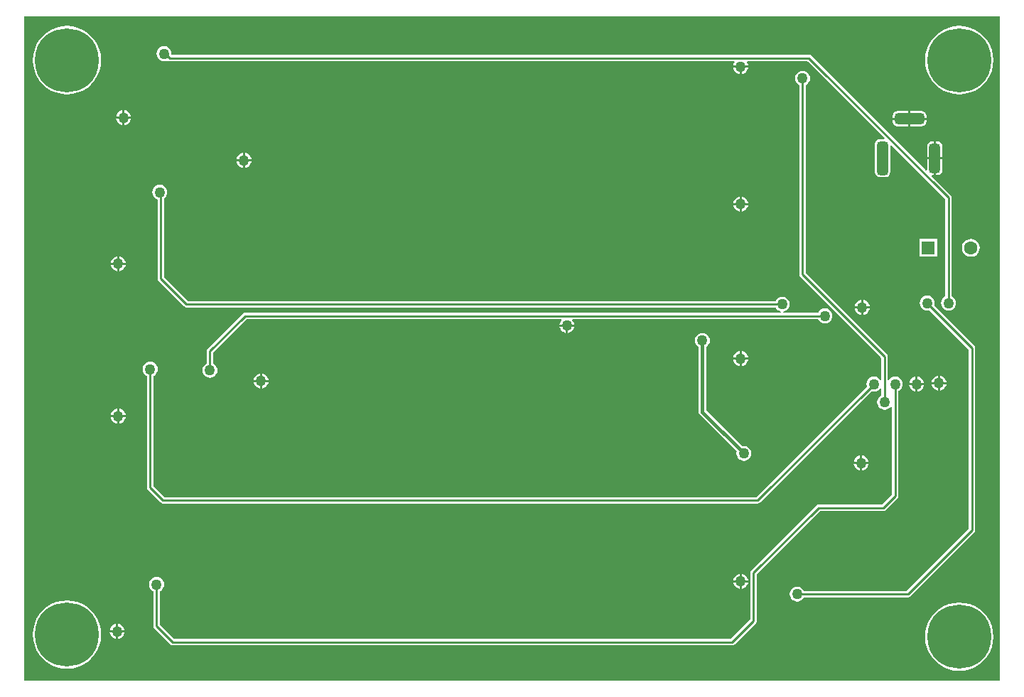
<source format=gbl>
G04*
G04 #@! TF.GenerationSoftware,Altium Limited,Altium Designer,20.1.12 (249)*
G04*
G04 Layer_Physical_Order=2*
G04 Layer_Color=16711680*
%FSLAX25Y25*%
%MOIN*%
G70*
G04*
G04 #@! TF.SameCoordinates,443F414F-3E78-418D-B976-00322DCCCCD1*
G04*
G04*
G04 #@! TF.FilePolarity,Positive*
G04*
G01*
G75*
%ADD12C,0.01000*%
%ADD16C,0.05000*%
%ADD44C,0.01500*%
G04:AMPARAMS|DCode=45|XSize=137.8mil|YSize=51.18mil|CornerRadius=12.8mil|HoleSize=0mil|Usage=FLASHONLY|Rotation=0.000|XOffset=0mil|YOffset=0mil|HoleType=Round|Shape=RoundedRectangle|*
%AMROUNDEDRECTD45*
21,1,0.13780,0.02559,0,0,0.0*
21,1,0.11221,0.05118,0,0,0.0*
1,1,0.02559,0.05610,-0.01280*
1,1,0.02559,-0.05610,-0.01280*
1,1,0.02559,-0.05610,0.01280*
1,1,0.02559,0.05610,0.01280*
%
%ADD45ROUNDEDRECTD45*%
G04:AMPARAMS|DCode=46|XSize=137.8mil|YSize=51.18mil|CornerRadius=12.8mil|HoleSize=0mil|Usage=FLASHONLY|Rotation=270.000|XOffset=0mil|YOffset=0mil|HoleType=Round|Shape=RoundedRectangle|*
%AMROUNDEDRECTD46*
21,1,0.13780,0.02559,0,0,270.0*
21,1,0.11221,0.05118,0,0,270.0*
1,1,0.02559,-0.01280,-0.05610*
1,1,0.02559,-0.01280,0.05610*
1,1,0.02559,0.01280,0.05610*
1,1,0.02559,0.01280,-0.05610*
%
%ADD46ROUNDEDRECTD46*%
G04:AMPARAMS|DCode=47|XSize=157.48mil|YSize=51.18mil|CornerRadius=12.8mil|HoleSize=0mil|Usage=FLASHONLY|Rotation=270.000|XOffset=0mil|YOffset=0mil|HoleType=Round|Shape=RoundedRectangle|*
%AMROUNDEDRECTD47*
21,1,0.15748,0.02559,0,0,270.0*
21,1,0.13189,0.05118,0,0,270.0*
1,1,0.02559,-0.01280,-0.06594*
1,1,0.02559,-0.01280,0.06594*
1,1,0.02559,0.01280,0.06594*
1,1,0.02559,0.01280,-0.06594*
%
%ADD47ROUNDEDRECTD47*%
%ADD48C,0.06299*%
%ADD49R,0.06299X0.06299*%
%ADD50C,0.30000*%
G36*
X699500Y172000D02*
X242000D01*
Y483500D01*
X699500D01*
Y172000D01*
D02*
G37*
%LPC*%
G36*
X581464Y459500D02*
X578500D01*
Y456536D01*
X578914Y456590D01*
X579765Y456943D01*
X580496Y457504D01*
X581057Y458235D01*
X581410Y459086D01*
X581464Y459500D01*
D02*
G37*
G36*
X577500D02*
X574536D01*
X574590Y459086D01*
X574943Y458235D01*
X575504Y457504D01*
X576235Y456943D01*
X577086Y456590D01*
X577500Y456536D01*
Y459500D01*
D02*
G37*
G36*
X680500Y479049D02*
X677989Y478852D01*
X675540Y478264D01*
X673214Y477300D01*
X671066Y475984D01*
X669151Y474349D01*
X667516Y472434D01*
X666200Y470286D01*
X665236Y467960D01*
X664648Y465511D01*
X664451Y463000D01*
X664648Y460489D01*
X665236Y458040D01*
X666200Y455714D01*
X667516Y453566D01*
X669151Y451651D01*
X671066Y450016D01*
X673214Y448700D01*
X675540Y447736D01*
X677989Y447148D01*
X680500Y446950D01*
X683011Y447148D01*
X685460Y447736D01*
X687786Y448700D01*
X689934Y450016D01*
X691849Y451651D01*
X693484Y453566D01*
X694800Y455714D01*
X695764Y458040D01*
X696352Y460489D01*
X696550Y463000D01*
X696352Y465511D01*
X695764Y467960D01*
X694800Y470286D01*
X693484Y472434D01*
X691849Y474349D01*
X689934Y475984D01*
X687786Y477300D01*
X685460Y478264D01*
X683011Y478852D01*
X680500Y479049D01*
D02*
G37*
G36*
X262000D02*
X259489Y478852D01*
X257040Y478264D01*
X254714Y477300D01*
X252566Y475984D01*
X250651Y474349D01*
X249016Y472434D01*
X247700Y470286D01*
X246736Y467960D01*
X246148Y465511D01*
X245951Y463000D01*
X246148Y460489D01*
X246736Y458040D01*
X247700Y455714D01*
X249016Y453566D01*
X250651Y451651D01*
X252566Y450016D01*
X254714Y448700D01*
X257040Y447736D01*
X259489Y447148D01*
X262000Y446950D01*
X264511Y447148D01*
X266960Y447736D01*
X269286Y448700D01*
X271434Y450016D01*
X273349Y451651D01*
X274984Y453566D01*
X276300Y455714D01*
X277264Y458040D01*
X277852Y460489D01*
X278049Y463000D01*
X277852Y465511D01*
X277264Y467960D01*
X276300Y470286D01*
X274984Y472434D01*
X273349Y474349D01*
X271434Y475984D01*
X269286Y477300D01*
X266960Y478264D01*
X264511Y478852D01*
X262000Y479049D01*
D02*
G37*
G36*
X289000Y439464D02*
Y436500D01*
X291964D01*
X291910Y436914D01*
X291557Y437765D01*
X290996Y438496D01*
X290265Y439057D01*
X289414Y439410D01*
X289000Y439464D01*
D02*
G37*
G36*
X288000D02*
X287586Y439410D01*
X286735Y439057D01*
X286004Y438496D01*
X285443Y437765D01*
X285090Y436914D01*
X285036Y436500D01*
X288000D01*
Y439464D01*
D02*
G37*
G36*
X662799Y439108D02*
X657689D01*
Y436004D01*
X665123D01*
Y436784D01*
X664947Y437673D01*
X664443Y438427D01*
X663689Y438931D01*
X662799Y439108D01*
D02*
G37*
G36*
X656689D02*
X651579D01*
X650689Y438931D01*
X649935Y438427D01*
X649432Y437673D01*
X649255Y436784D01*
Y436004D01*
X656689D01*
Y439108D01*
D02*
G37*
G36*
X291964Y435500D02*
X289000D01*
Y432536D01*
X289414Y432590D01*
X290265Y432943D01*
X290996Y433504D01*
X291557Y434235D01*
X291910Y435086D01*
X291964Y435500D01*
D02*
G37*
G36*
X288000D02*
X285036D01*
X285090Y435086D01*
X285443Y434235D01*
X286004Y433504D01*
X286735Y432943D01*
X287586Y432590D01*
X288000Y432536D01*
Y435500D01*
D02*
G37*
G36*
X665123Y435004D02*
X657689D01*
Y431900D01*
X662799D01*
X663689Y432077D01*
X664443Y432581D01*
X664947Y433335D01*
X665123Y434224D01*
Y435004D01*
D02*
G37*
G36*
X656689D02*
X649255D01*
Y434224D01*
X649432Y433335D01*
X649935Y432581D01*
X650689Y432077D01*
X651579Y431900D01*
X656689D01*
Y435004D01*
D02*
G37*
G36*
X670280Y424934D02*
X669500D01*
Y417500D01*
X672604D01*
Y422610D01*
X672427Y423500D01*
X671923Y424254D01*
X671169Y424757D01*
X670280Y424934D01*
D02*
G37*
G36*
X668500D02*
X667721D01*
X666831Y424757D01*
X666077Y424254D01*
X665573Y423500D01*
X665396Y422610D01*
Y417500D01*
X668500D01*
Y424934D01*
D02*
G37*
G36*
X345500Y419464D02*
Y416500D01*
X348464D01*
X348410Y416914D01*
X348057Y417765D01*
X347496Y418496D01*
X346765Y419057D01*
X345914Y419410D01*
X345500Y419464D01*
D02*
G37*
G36*
X344500D02*
X344086Y419410D01*
X343235Y419057D01*
X342504Y418496D01*
X341943Y417765D01*
X341590Y416914D01*
X341536Y416500D01*
X344500D01*
Y419464D01*
D02*
G37*
G36*
X348464Y415500D02*
X345500D01*
Y412536D01*
X345914Y412590D01*
X346765Y412943D01*
X347496Y413504D01*
X348057Y414235D01*
X348410Y415086D01*
X348464Y415500D01*
D02*
G37*
G36*
X344500D02*
X341536D01*
X341590Y415086D01*
X341943Y414235D01*
X342504Y413504D01*
X343235Y412943D01*
X344086Y412590D01*
X344500Y412536D01*
Y415500D01*
D02*
G37*
G36*
X672604Y416500D02*
X669500D01*
Y409066D01*
X670280D01*
X671169Y409242D01*
X671923Y409746D01*
X672427Y410500D01*
X672604Y411390D01*
Y416500D01*
D02*
G37*
G36*
X578500Y398964D02*
Y396000D01*
X581464D01*
X581410Y396414D01*
X581057Y397265D01*
X580496Y397996D01*
X579765Y398557D01*
X578914Y398910D01*
X578500Y398964D01*
D02*
G37*
G36*
X577500D02*
X577086Y398910D01*
X576235Y398557D01*
X575504Y397996D01*
X574943Y397265D01*
X574590Y396414D01*
X574536Y396000D01*
X577500D01*
Y398964D01*
D02*
G37*
G36*
X581464Y395000D02*
X578500D01*
Y392036D01*
X578914Y392090D01*
X579765Y392443D01*
X580496Y393004D01*
X581057Y393735D01*
X581410Y394586D01*
X581464Y395000D01*
D02*
G37*
G36*
X577500D02*
X574536D01*
X574590Y394586D01*
X574943Y393735D01*
X575504Y393004D01*
X576235Y392443D01*
X577086Y392090D01*
X577500Y392036D01*
Y395000D01*
D02*
G37*
G36*
X670150Y379150D02*
X661850D01*
Y370850D01*
X670150D01*
Y379150D01*
D02*
G37*
G36*
X686000Y379185D02*
X684917Y379043D01*
X683907Y378625D01*
X683041Y377959D01*
X682375Y377093D01*
X681957Y376083D01*
X681815Y375000D01*
X681957Y373917D01*
X682375Y372907D01*
X683041Y372041D01*
X683907Y371375D01*
X684917Y370957D01*
X686000Y370815D01*
X687083Y370957D01*
X688093Y371375D01*
X688960Y372041D01*
X689625Y372907D01*
X690043Y373917D01*
X690185Y375000D01*
X690043Y376083D01*
X689625Y377093D01*
X688960Y377959D01*
X688093Y378625D01*
X687083Y379043D01*
X686000Y379185D01*
D02*
G37*
G36*
X286500Y370964D02*
Y368000D01*
X289464D01*
X289410Y368414D01*
X289057Y369265D01*
X288496Y369996D01*
X287765Y370557D01*
X286914Y370910D01*
X286500Y370964D01*
D02*
G37*
G36*
X285500D02*
X285086Y370910D01*
X284235Y370557D01*
X283504Y369996D01*
X282943Y369265D01*
X282590Y368414D01*
X282536Y368000D01*
X285500D01*
Y370964D01*
D02*
G37*
G36*
X289464Y367000D02*
X286500D01*
Y364036D01*
X286914Y364090D01*
X287765Y364443D01*
X288496Y365004D01*
X289057Y365735D01*
X289410Y366586D01*
X289464Y367000D01*
D02*
G37*
G36*
X285500D02*
X282536D01*
X282590Y366586D01*
X282943Y365735D01*
X283504Y365004D01*
X284235Y364443D01*
X285086Y364090D01*
X285500Y364036D01*
Y367000D01*
D02*
G37*
G36*
X635500Y350464D02*
Y347500D01*
X638464D01*
X638410Y347914D01*
X638057Y348765D01*
X637496Y349496D01*
X636765Y350057D01*
X635914Y350410D01*
X635500Y350464D01*
D02*
G37*
G36*
X634500D02*
X634086Y350410D01*
X633235Y350057D01*
X632504Y349496D01*
X631943Y348765D01*
X631590Y347914D01*
X631536Y347500D01*
X634500D01*
Y350464D01*
D02*
G37*
G36*
X307500Y469530D02*
X306586Y469410D01*
X305735Y469057D01*
X305004Y468496D01*
X304443Y467765D01*
X304090Y466914D01*
X303970Y466000D01*
X304090Y465086D01*
X304443Y464235D01*
X305004Y463504D01*
X305735Y462943D01*
X306586Y462590D01*
X307500Y462470D01*
X308414Y462590D01*
X309082Y462867D01*
X309501Y462587D01*
X310086Y462471D01*
X574919D01*
X575140Y462022D01*
X574943Y461765D01*
X574590Y460914D01*
X574536Y460500D01*
X581464D01*
X581410Y460914D01*
X581057Y461765D01*
X580860Y462022D01*
X581081Y462471D01*
X609367D01*
X645419Y426419D01*
X645211Y425919D01*
X643311D01*
X642422Y425742D01*
X641668Y425238D01*
X641164Y424484D01*
X640987Y423595D01*
Y410405D01*
X641164Y409516D01*
X641668Y408762D01*
X642422Y408258D01*
X643311Y408081D01*
X645870D01*
X646760Y408258D01*
X647513Y408762D01*
X648017Y409516D01*
X648194Y410405D01*
Y422936D01*
X648694Y423143D01*
X673971Y397867D01*
Y352155D01*
X673735Y352057D01*
X673004Y351496D01*
X672443Y350765D01*
X672090Y349914D01*
X671970Y349000D01*
X672090Y348086D01*
X672443Y347235D01*
X673004Y346504D01*
X673735Y345943D01*
X674586Y345590D01*
X675500Y345470D01*
X676414Y345590D01*
X677265Y345943D01*
X677996Y346504D01*
X678557Y347235D01*
X678910Y348086D01*
X679030Y349000D01*
X678910Y349914D01*
X678557Y350765D01*
X677996Y351496D01*
X677265Y352057D01*
X677029Y352155D01*
Y398500D01*
X676913Y399085D01*
X676581Y399582D01*
X667510Y408653D01*
X667804Y409066D01*
X668500D01*
Y416500D01*
X665396D01*
Y411474D01*
X664983Y411179D01*
X611082Y465081D01*
X610585Y465413D01*
X610000Y465529D01*
X311347D01*
X311018Y465905D01*
X311030Y466000D01*
X310910Y466914D01*
X310557Y467765D01*
X309996Y468496D01*
X309265Y469057D01*
X308414Y469410D01*
X307500Y469530D01*
D02*
G37*
G36*
X638464Y346500D02*
X635500D01*
Y343536D01*
X635914Y343590D01*
X636765Y343943D01*
X637496Y344504D01*
X638057Y345235D01*
X638410Y346086D01*
X638464Y346500D01*
D02*
G37*
G36*
X634500D02*
X631536D01*
X631590Y346086D01*
X631943Y345235D01*
X632504Y344504D01*
X633235Y343943D01*
X634086Y343590D01*
X634500Y343536D01*
Y346500D01*
D02*
G37*
G36*
X305500Y404530D02*
X304586Y404410D01*
X303735Y404057D01*
X303004Y403496D01*
X302443Y402765D01*
X302090Y401914D01*
X301970Y401000D01*
X302090Y400086D01*
X302443Y399235D01*
X303004Y398504D01*
X303735Y397943D01*
X304471Y397638D01*
Y360500D01*
X304587Y359915D01*
X304919Y359419D01*
X316919Y347419D01*
X317415Y347087D01*
X318000Y346971D01*
X594345D01*
X594443Y346735D01*
X595004Y346004D01*
X595735Y345443D01*
X596586Y345090D01*
X597047Y345029D01*
X597015Y344529D01*
X345500D01*
X344915Y344413D01*
X344419Y344081D01*
X327919Y327581D01*
X327587Y327085D01*
X327471Y326500D01*
Y320674D01*
X327235Y320576D01*
X326504Y320015D01*
X325943Y319284D01*
X325590Y318433D01*
X325470Y317519D01*
X325590Y316605D01*
X325943Y315754D01*
X326504Y315023D01*
X327235Y314462D01*
X328086Y314109D01*
X329000Y313989D01*
X329914Y314109D01*
X330765Y314462D01*
X331496Y315023D01*
X332057Y315754D01*
X332410Y316605D01*
X332530Y317519D01*
X332410Y318433D01*
X332057Y319284D01*
X331496Y320015D01*
X330765Y320576D01*
X330529Y320674D01*
Y325867D01*
X346133Y341471D01*
X493844D01*
X493956Y341142D01*
X493984Y340971D01*
X493443Y340265D01*
X493090Y339414D01*
X493036Y339000D01*
X499964D01*
X499910Y339414D01*
X499557Y340265D01*
X499016Y340971D01*
X499044Y341142D01*
X499156Y341471D01*
X614345D01*
X614443Y341235D01*
X615004Y340504D01*
X615735Y339943D01*
X616586Y339590D01*
X617500Y339470D01*
X618414Y339590D01*
X619265Y339943D01*
X619996Y340504D01*
X620557Y341235D01*
X620910Y342086D01*
X621030Y343000D01*
X620910Y343914D01*
X620557Y344765D01*
X619996Y345496D01*
X619265Y346057D01*
X618414Y346410D01*
X617500Y346530D01*
X616586Y346410D01*
X615735Y346057D01*
X615004Y345496D01*
X614443Y344765D01*
X614345Y344529D01*
X597985D01*
X597953Y345029D01*
X598414Y345090D01*
X599265Y345443D01*
X599996Y346004D01*
X600557Y346735D01*
X600910Y347586D01*
X601030Y348500D01*
X600910Y349414D01*
X600557Y350265D01*
X599996Y350996D01*
X599265Y351557D01*
X598414Y351910D01*
X597500Y352030D01*
X596586Y351910D01*
X595735Y351557D01*
X595004Y350996D01*
X594443Y350265D01*
X594345Y350029D01*
X318634D01*
X307529Y361134D01*
Y398146D01*
X307996Y398504D01*
X308557Y399235D01*
X308910Y400086D01*
X309030Y401000D01*
X308910Y401914D01*
X308557Y402765D01*
X307996Y403496D01*
X307265Y404057D01*
X306414Y404410D01*
X305500Y404530D01*
D02*
G37*
G36*
X499964Y338000D02*
X497000D01*
Y335036D01*
X497414Y335090D01*
X498265Y335443D01*
X498996Y336004D01*
X499557Y336735D01*
X499910Y337586D01*
X499964Y338000D01*
D02*
G37*
G36*
X496000D02*
X493036D01*
X493090Y337586D01*
X493443Y336735D01*
X494004Y336004D01*
X494735Y335443D01*
X495586Y335090D01*
X496000Y335036D01*
Y338000D01*
D02*
G37*
G36*
X578500Y326464D02*
Y323500D01*
X581464D01*
X581410Y323914D01*
X581057Y324765D01*
X580496Y325496D01*
X579765Y326057D01*
X578914Y326410D01*
X578500Y326464D01*
D02*
G37*
G36*
X577500D02*
X577086Y326410D01*
X576235Y326057D01*
X575504Y325496D01*
X574943Y324765D01*
X574590Y323914D01*
X574536Y323500D01*
X577500D01*
Y326464D01*
D02*
G37*
G36*
X581464Y322500D02*
X578500D01*
Y319536D01*
X578914Y319590D01*
X579765Y319943D01*
X580496Y320504D01*
X581057Y321235D01*
X581410Y322086D01*
X581464Y322500D01*
D02*
G37*
G36*
X577500D02*
X574536D01*
X574590Y322086D01*
X574943Y321235D01*
X575504Y320504D01*
X576235Y319943D01*
X577086Y319590D01*
X577500Y319536D01*
Y322500D01*
D02*
G37*
G36*
X353500Y315964D02*
Y313000D01*
X356464D01*
X356410Y313414D01*
X356057Y314265D01*
X355496Y314996D01*
X354765Y315557D01*
X353914Y315910D01*
X353500Y315964D01*
D02*
G37*
G36*
X352500D02*
X352086Y315910D01*
X351235Y315557D01*
X350504Y314996D01*
X349943Y314265D01*
X349590Y313414D01*
X349536Y313000D01*
X352500D01*
Y315964D01*
D02*
G37*
G36*
X607000Y458030D02*
X606086Y457910D01*
X605235Y457557D01*
X604504Y456996D01*
X603943Y456265D01*
X603590Y455414D01*
X603470Y454500D01*
X603590Y453586D01*
X603943Y452735D01*
X604504Y452004D01*
X605235Y451443D01*
X605471Y451345D01*
Y362500D01*
X605587Y361915D01*
X605919Y361419D01*
X643971Y323366D01*
Y313007D01*
X643471Y312878D01*
X642996Y313496D01*
X642265Y314057D01*
X641414Y314410D01*
X640500Y314530D01*
X639586Y314410D01*
X638735Y314057D01*
X638004Y313496D01*
X637443Y312765D01*
X637090Y311914D01*
X636970Y311000D01*
X637090Y310086D01*
X637188Y309851D01*
X585366Y258029D01*
X307633D01*
X302529Y263134D01*
Y314845D01*
X302765Y314943D01*
X303496Y315504D01*
X304057Y316235D01*
X304410Y317086D01*
X304530Y318000D01*
X304410Y318914D01*
X304057Y319765D01*
X303496Y320496D01*
X302765Y321057D01*
X301914Y321410D01*
X301000Y321530D01*
X300086Y321410D01*
X299235Y321057D01*
X298504Y320496D01*
X297943Y319765D01*
X297590Y318914D01*
X297470Y318000D01*
X297590Y317086D01*
X297943Y316235D01*
X298504Y315504D01*
X299235Y314943D01*
X299471Y314845D01*
Y262500D01*
X299587Y261915D01*
X299919Y261419D01*
X305919Y255419D01*
X306415Y255087D01*
X307000Y254971D01*
X586000D01*
X586585Y255087D01*
X587081Y255419D01*
X639351Y307688D01*
X639586Y307590D01*
X640500Y307470D01*
X641414Y307590D01*
X642265Y307943D01*
X642996Y308504D01*
X643471Y309122D01*
X643971Y308993D01*
Y305655D01*
X643735Y305557D01*
X643004Y304996D01*
X642443Y304265D01*
X642090Y303414D01*
X641970Y302500D01*
X642090Y301586D01*
X642443Y300735D01*
X643004Y300004D01*
X643735Y299443D01*
X644586Y299090D01*
X645500Y298970D01*
X646414Y299090D01*
X647265Y299443D01*
X647996Y300004D01*
X648471Y300622D01*
X648971Y300493D01*
Y259134D01*
X644367Y254529D01*
X614500D01*
X613915Y254413D01*
X613419Y254081D01*
X582919Y223581D01*
X582587Y223085D01*
X582471Y222500D01*
Y200634D01*
X573366Y191529D01*
X312134D01*
X305529Y198134D01*
Y213845D01*
X305765Y213943D01*
X306496Y214504D01*
X307057Y215235D01*
X307410Y216086D01*
X307530Y217000D01*
X307410Y217914D01*
X307057Y218765D01*
X306496Y219496D01*
X305765Y220057D01*
X304914Y220410D01*
X304000Y220530D01*
X303086Y220410D01*
X302235Y220057D01*
X301504Y219496D01*
X300943Y218765D01*
X300590Y217914D01*
X300470Y217000D01*
X300590Y216086D01*
X300943Y215235D01*
X301504Y214504D01*
X302235Y213943D01*
X302471Y213845D01*
Y197500D01*
X302587Y196915D01*
X302919Y196419D01*
X310419Y188919D01*
X310915Y188587D01*
X311500Y188471D01*
X574000D01*
X574585Y188587D01*
X575081Y188919D01*
X585081Y198919D01*
X585413Y199415D01*
X585529Y200000D01*
Y221866D01*
X615133Y251471D01*
X645000D01*
X645585Y251587D01*
X646081Y251919D01*
X651581Y257419D01*
X651913Y257915D01*
X652029Y258500D01*
Y307845D01*
X652265Y307943D01*
X652996Y308504D01*
X653557Y309235D01*
X653910Y310086D01*
X654030Y311000D01*
X653910Y311914D01*
X653557Y312765D01*
X652996Y313496D01*
X652265Y314057D01*
X651414Y314410D01*
X650500Y314530D01*
X649586Y314410D01*
X648735Y314057D01*
X648004Y313496D01*
X647529Y312878D01*
X647029Y313007D01*
Y324000D01*
X646913Y324585D01*
X646581Y325081D01*
X608529Y363134D01*
Y451345D01*
X608765Y451443D01*
X609496Y452004D01*
X610057Y452735D01*
X610410Y453586D01*
X610530Y454500D01*
X610410Y455414D01*
X610057Y456265D01*
X609496Y456996D01*
X608765Y457557D01*
X607914Y457910D01*
X607000Y458030D01*
D02*
G37*
G36*
X671500Y314964D02*
Y312000D01*
X674464D01*
X674410Y312414D01*
X674057Y313265D01*
X673496Y313996D01*
X672765Y314557D01*
X671914Y314910D01*
X671500Y314964D01*
D02*
G37*
G36*
X670500D02*
X670086Y314910D01*
X669235Y314557D01*
X668504Y313996D01*
X667943Y313265D01*
X667590Y312414D01*
X667536Y312000D01*
X670500D01*
Y314964D01*
D02*
G37*
G36*
X661000Y314464D02*
Y311500D01*
X663964D01*
X663910Y311914D01*
X663557Y312765D01*
X662996Y313496D01*
X662265Y314057D01*
X661414Y314410D01*
X661000Y314464D01*
D02*
G37*
G36*
X660000D02*
X659586Y314410D01*
X658735Y314057D01*
X658004Y313496D01*
X657443Y312765D01*
X657090Y311914D01*
X657036Y311500D01*
X660000D01*
Y314464D01*
D02*
G37*
G36*
X356464Y312000D02*
X353500D01*
Y309036D01*
X353914Y309090D01*
X354765Y309443D01*
X355496Y310004D01*
X356057Y310735D01*
X356410Y311586D01*
X356464Y312000D01*
D02*
G37*
G36*
X352500D02*
X349536D01*
X349590Y311586D01*
X349943Y310735D01*
X350504Y310004D01*
X351235Y309443D01*
X352086Y309090D01*
X352500Y309036D01*
Y312000D01*
D02*
G37*
G36*
X674464Y311000D02*
X671500D01*
Y308036D01*
X671914Y308090D01*
X672765Y308443D01*
X673496Y309004D01*
X674057Y309735D01*
X674410Y310586D01*
X674464Y311000D01*
D02*
G37*
G36*
X670500D02*
X667536D01*
X667590Y310586D01*
X667943Y309735D01*
X668504Y309004D01*
X669235Y308443D01*
X670086Y308090D01*
X670500Y308036D01*
Y311000D01*
D02*
G37*
G36*
X663964Y310500D02*
X661000D01*
Y307536D01*
X661414Y307590D01*
X662265Y307943D01*
X662996Y308504D01*
X663557Y309235D01*
X663910Y310086D01*
X663964Y310500D01*
D02*
G37*
G36*
X660000D02*
X657036D01*
X657090Y310086D01*
X657443Y309235D01*
X658004Y308504D01*
X658735Y307943D01*
X659586Y307590D01*
X660000Y307536D01*
Y310500D01*
D02*
G37*
G36*
X286500Y299464D02*
Y296500D01*
X289464D01*
X289410Y296914D01*
X289057Y297765D01*
X288496Y298496D01*
X287765Y299057D01*
X286914Y299410D01*
X286500Y299464D01*
D02*
G37*
G36*
X285500D02*
X285086Y299410D01*
X284235Y299057D01*
X283504Y298496D01*
X282943Y297765D01*
X282590Y296914D01*
X282536Y296500D01*
X285500D01*
Y299464D01*
D02*
G37*
G36*
X289464Y295500D02*
X286500D01*
Y292536D01*
X286914Y292590D01*
X287765Y292943D01*
X288496Y293504D01*
X289057Y294235D01*
X289410Y295086D01*
X289464Y295500D01*
D02*
G37*
G36*
X285500D02*
X282536D01*
X282590Y295086D01*
X282943Y294235D01*
X283504Y293504D01*
X284235Y292943D01*
X285086Y292590D01*
X285500Y292536D01*
Y295500D01*
D02*
G37*
G36*
X560000Y335030D02*
X559086Y334910D01*
X558235Y334557D01*
X557504Y333996D01*
X556943Y333265D01*
X556590Y332414D01*
X556470Y331500D01*
X556590Y330586D01*
X556943Y329735D01*
X557504Y329004D01*
X558216Y328457D01*
Y298000D01*
X558352Y297317D01*
X558738Y296738D01*
X576087Y279390D01*
X575970Y278500D01*
X576090Y277586D01*
X576443Y276735D01*
X577004Y276004D01*
X577735Y275443D01*
X578586Y275090D01*
X579500Y274970D01*
X580414Y275090D01*
X581265Y275443D01*
X581996Y276004D01*
X582557Y276735D01*
X582910Y277586D01*
X583030Y278500D01*
X582910Y279414D01*
X582557Y280265D01*
X581996Y280996D01*
X581265Y281557D01*
X580414Y281910D01*
X579500Y282030D01*
X578610Y281913D01*
X561784Y298739D01*
Y328457D01*
X562496Y329004D01*
X563057Y329735D01*
X563410Y330586D01*
X563530Y331500D01*
X563410Y332414D01*
X563057Y333265D01*
X562496Y333996D01*
X561765Y334557D01*
X560914Y334910D01*
X560000Y335030D01*
D02*
G37*
G36*
X635000Y277464D02*
Y274500D01*
X637964D01*
X637910Y274914D01*
X637557Y275765D01*
X636996Y276496D01*
X636265Y277057D01*
X635414Y277410D01*
X635000Y277464D01*
D02*
G37*
G36*
X634000D02*
X633586Y277410D01*
X632735Y277057D01*
X632004Y276496D01*
X631443Y275765D01*
X631090Y274914D01*
X631036Y274500D01*
X634000D01*
Y277464D01*
D02*
G37*
G36*
X637964Y273500D02*
X635000D01*
Y270536D01*
X635414Y270590D01*
X636265Y270943D01*
X636996Y271504D01*
X637557Y272235D01*
X637910Y273086D01*
X637964Y273500D01*
D02*
G37*
G36*
X634000D02*
X631036D01*
X631090Y273086D01*
X631443Y272235D01*
X632004Y271504D01*
X632735Y270943D01*
X633586Y270590D01*
X634000Y270536D01*
Y273500D01*
D02*
G37*
G36*
X578500Y221964D02*
Y219000D01*
X581464D01*
X581410Y219414D01*
X581057Y220265D01*
X580496Y220996D01*
X579765Y221557D01*
X578914Y221910D01*
X578500Y221964D01*
D02*
G37*
G36*
X577500D02*
X577086Y221910D01*
X576235Y221557D01*
X575504Y220996D01*
X574943Y220265D01*
X574590Y219414D01*
X574536Y219000D01*
X577500D01*
Y221964D01*
D02*
G37*
G36*
X581464Y218000D02*
X578500D01*
Y215036D01*
X578914Y215090D01*
X579765Y215443D01*
X580496Y216004D01*
X581057Y216735D01*
X581410Y217586D01*
X581464Y218000D01*
D02*
G37*
G36*
X577500D02*
X574536D01*
X574590Y217586D01*
X574943Y216735D01*
X575504Y216004D01*
X576235Y215443D01*
X577086Y215090D01*
X577500Y215036D01*
Y218000D01*
D02*
G37*
G36*
X665500Y352530D02*
X664586Y352410D01*
X663735Y352057D01*
X663004Y351496D01*
X662443Y350765D01*
X662090Y349914D01*
X661970Y349000D01*
X662090Y348086D01*
X662443Y347235D01*
X663004Y346504D01*
X663735Y345943D01*
X664586Y345590D01*
X665500Y345470D01*
X666414Y345590D01*
X666649Y345688D01*
X684971Y327366D01*
Y243133D01*
X655866Y214029D01*
X607655D01*
X607557Y214265D01*
X606996Y214996D01*
X606265Y215557D01*
X605414Y215910D01*
X604500Y216030D01*
X603586Y215910D01*
X602735Y215557D01*
X602004Y214996D01*
X601443Y214265D01*
X601090Y213414D01*
X600970Y212500D01*
X601090Y211586D01*
X601443Y210735D01*
X602004Y210004D01*
X602735Y209443D01*
X603586Y209090D01*
X604500Y208970D01*
X605414Y209090D01*
X606265Y209443D01*
X606996Y210004D01*
X607557Y210735D01*
X607655Y210971D01*
X656500D01*
X657085Y211087D01*
X657581Y211419D01*
X687581Y241419D01*
X687913Y241915D01*
X688029Y242500D01*
Y328000D01*
X687913Y328585D01*
X687581Y329081D01*
X668812Y347851D01*
X668910Y348086D01*
X669030Y349000D01*
X668910Y349914D01*
X668557Y350765D01*
X667996Y351496D01*
X667265Y352057D01*
X666414Y352410D01*
X665500Y352530D01*
D02*
G37*
G36*
X286000Y198464D02*
Y195500D01*
X288964D01*
X288910Y195914D01*
X288557Y196765D01*
X287996Y197496D01*
X287265Y198057D01*
X286414Y198410D01*
X286000Y198464D01*
D02*
G37*
G36*
X285000D02*
X284586Y198410D01*
X283735Y198057D01*
X283004Y197496D01*
X282443Y196765D01*
X282090Y195914D01*
X282036Y195500D01*
X285000D01*
Y198464D01*
D02*
G37*
G36*
X288964Y194500D02*
X286000D01*
Y191536D01*
X286414Y191590D01*
X287265Y191943D01*
X287996Y192504D01*
X288557Y193235D01*
X288910Y194086D01*
X288964Y194500D01*
D02*
G37*
G36*
X285000D02*
X282036D01*
X282090Y194086D01*
X282443Y193235D01*
X283004Y192504D01*
X283735Y191943D01*
X284586Y191590D01*
X285000Y191536D01*
Y194500D01*
D02*
G37*
G36*
X262000Y209549D02*
X259489Y209352D01*
X257040Y208764D01*
X254714Y207800D01*
X252566Y206484D01*
X250651Y204849D01*
X249016Y202934D01*
X247700Y200786D01*
X246736Y198460D01*
X246148Y196011D01*
X245951Y193500D01*
X246148Y190989D01*
X246736Y188540D01*
X247700Y186214D01*
X249016Y184066D01*
X250651Y182151D01*
X252566Y180516D01*
X254714Y179200D01*
X257040Y178236D01*
X259489Y177648D01*
X262000Y177451D01*
X264511Y177648D01*
X266960Y178236D01*
X269286Y179200D01*
X271434Y180516D01*
X273349Y182151D01*
X274984Y184066D01*
X276300Y186214D01*
X277264Y188540D01*
X277852Y190989D01*
X278049Y193500D01*
X277852Y196011D01*
X277264Y198460D01*
X276300Y200786D01*
X274984Y202934D01*
X273349Y204849D01*
X271434Y206484D01*
X269286Y207800D01*
X266960Y208764D01*
X264511Y209352D01*
X262000Y209549D01*
D02*
G37*
G36*
X680500Y208549D02*
X677989Y208352D01*
X675540Y207764D01*
X673214Y206800D01*
X671066Y205484D01*
X669151Y203849D01*
X667516Y201934D01*
X666200Y199786D01*
X665236Y197460D01*
X664648Y195011D01*
X664451Y192500D01*
X664648Y189989D01*
X665236Y187540D01*
X666200Y185214D01*
X667516Y183066D01*
X669151Y181151D01*
X671066Y179516D01*
X673214Y178200D01*
X675540Y177236D01*
X677989Y176648D01*
X680500Y176451D01*
X683011Y176648D01*
X685460Y177236D01*
X687786Y178200D01*
X689934Y179516D01*
X691849Y181151D01*
X693484Y183066D01*
X694800Y185214D01*
X695764Y187540D01*
X696352Y189989D01*
X696550Y192500D01*
X696352Y195011D01*
X695764Y197460D01*
X694800Y199786D01*
X693484Y201934D01*
X691849Y203849D01*
X689934Y205484D01*
X687786Y206800D01*
X685460Y207764D01*
X683011Y208352D01*
X680500Y208549D01*
D02*
G37*
%LPD*%
D12*
X610000Y464000D02*
X675500Y398500D01*
X307500Y466000D02*
X308086D01*
X310086Y464000D01*
X610000D01*
X675500Y349000D02*
Y398500D01*
X301000Y262500D02*
X307000Y256500D01*
X614500Y253000D02*
X645000D01*
X584000Y200000D02*
Y222500D01*
X307000Y256500D02*
X586000D01*
X584000Y222500D02*
X614500Y253000D01*
X574000Y190000D02*
X584000Y200000D01*
X645000Y253000D02*
X650500Y258500D01*
X604500Y212500D02*
X656500D01*
X586000Y256500D02*
X640500Y311000D01*
X306000Y360500D02*
X318000Y348500D01*
X305500Y401000D02*
X306000Y400500D01*
Y360500D02*
Y400500D01*
X318000Y348500D02*
X597500D01*
X301000Y262500D02*
Y318000D01*
X311500Y190000D02*
X574000D01*
X304000Y197500D02*
Y217000D01*
Y197500D02*
X311500Y190000D01*
X645500Y302500D02*
Y324000D01*
X650500Y258500D02*
Y311000D01*
X686500Y242500D02*
Y328000D01*
X665500Y349000D02*
X686500Y328000D01*
X607000Y362500D02*
X645500Y324000D01*
X656500Y212500D02*
X686500Y242500D01*
X345500Y343000D02*
X617500D01*
X329000Y326500D02*
X345500Y343000D01*
X607000Y362500D02*
Y454500D01*
X329000Y317519D02*
Y326500D01*
D16*
X578000Y460000D02*
D03*
X604500Y212500D02*
D03*
X579500Y278500D02*
D03*
X560000Y331500D02*
D03*
X353000Y312500D02*
D03*
X307500Y466000D02*
D03*
X286000Y367500D02*
D03*
X301000Y318000D02*
D03*
X304000Y217000D02*
D03*
X635000Y347000D02*
D03*
X675500Y349000D02*
D03*
X660500Y311000D02*
D03*
X665500Y349000D02*
D03*
X634500Y274000D02*
D03*
X640500Y311000D02*
D03*
X617500Y343000D02*
D03*
X650500Y311000D02*
D03*
X671000Y311500D02*
D03*
X645500Y302500D02*
D03*
X305500Y401000D02*
D03*
X597500Y348500D02*
D03*
X496500Y338500D02*
D03*
X607000Y454500D02*
D03*
X329000Y317519D02*
D03*
X288500Y436000D02*
D03*
X578000Y218500D02*
D03*
X285500Y195000D02*
D03*
X286000Y296000D02*
D03*
X345000Y416000D02*
D03*
X578000Y323000D02*
D03*
Y395500D02*
D03*
D44*
X560000Y298000D02*
X579500Y278500D01*
X560000Y298000D02*
Y331500D01*
D45*
X657189Y435504D02*
D03*
D46*
X669000Y417000D02*
D03*
D47*
X644591D02*
D03*
D48*
X686000Y375000D02*
D03*
D49*
X666000D02*
D03*
D50*
X680500Y192500D02*
D03*
Y463000D02*
D03*
X262000Y193500D02*
D03*
Y463000D02*
D03*
M02*

</source>
